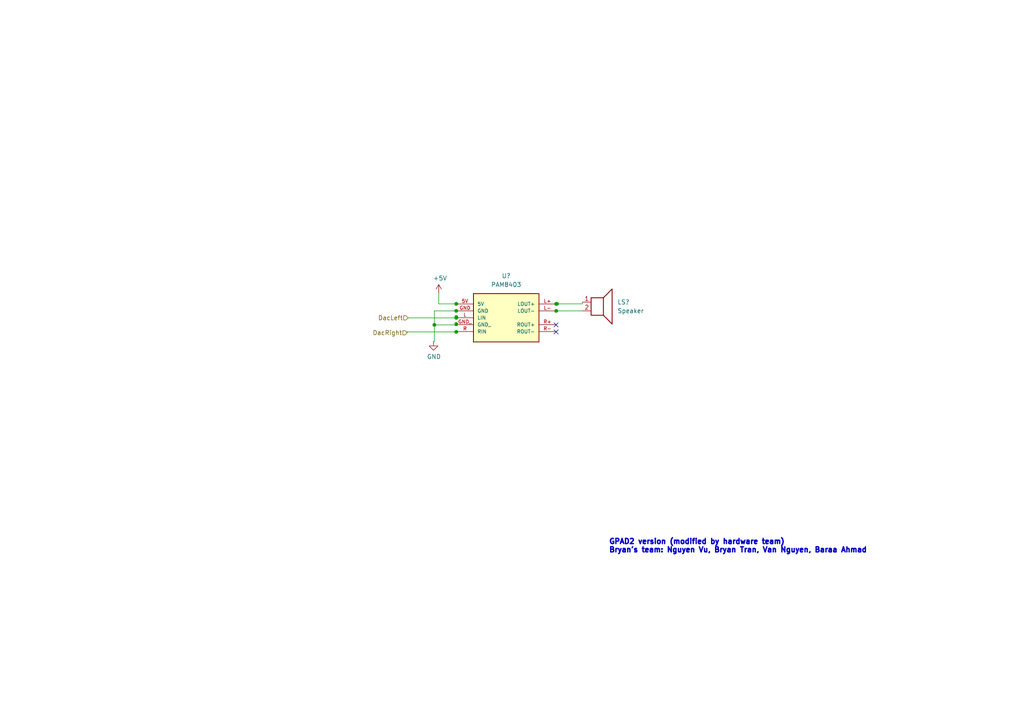
<source format=kicad_sch>
(kicad_sch (version 20211123) (generator eeschema)
  (paper "A4")
  (title_block (title "GeneralPurposeAlarmDevicePCB") (date "2023-04-27") (comment 1 "Drawn by Nguyen Vu") (comment 2 "GPAD2 version"))
  (lib_symbols
    (symbol "Device:Speaker" (pin_names (offset 0) hide)
      (property "Reference" "LS" (at 1.27 5.715 0))
      (property "Value" "Speaker" (at 1.27 3.81 0))
      (symbol "Speaker_0_0"
        (rectangle (start -2.54 1.27) (end 1.016 -3.81) (stroke (width 0.254)))
        (polyline (pts (xy 1.016 1.27) (xy 3.556 3.81) (xy 3.556 -6.35) (xy 1.016 -3.81)) (stroke (width 0.254)))
      )
      (symbol "Speaker_1_1"
        (pin input line (at -5.08 0 0) (length 2.54) (name "1") (number "1"))
        (pin input line (at -5.08 -2.54 0) (length 2.54) (name "2") (number "2"))
      )
    )
    (symbol "PAM8403:PAM8403" (pin_names (offset 1.016))
      (property "Reference" "U" (at -10.16 5.58 0))
      (property "Value" "PAM8403" (at -10.16 -11.2 0))
      (symbol "PAM8403_0_0"
        (rectangle (start -10 -9) (end 9 5) (stroke (width 0.254)) (fill (type background)))
        (pin bidirectional line (at -15 2 0) (length 5.08) (name "5V") (number "5V"))
        (pin bidirectional line (at -15 0 0) (length 5.08) (name "GND") (number "GND"))
        (pin bidirectional line (at -15 -4 0) (length 5.08) (name "GND_") (number "GND_"))
        (pin bidirectional line (at -15 -2 0) (length 5.08) (name "LIN") (number "L"))
        (pin bidirectional line (at 14 2 180) (length 5.08) (name "LOUT+") (number "L+"))
        (pin bidirectional line (at 14 0 180) (length 5.08) (name "LOUT-") (number "L-"))
        (pin bidirectional line (at -15 -6 0) (length 5.08) (name "RIN") (number "R"))
        (pin bidirectional line (at 14 -4 180) (length 5.08) (name "ROUT+") (number "R+"))
        (pin bidirectional line (at 14 -6 180) (length 5.08) (name "ROUT-") (number "R-"))
      )
    )
    (symbol "power:+5V" (power) (pin_names (offset 0))
      (property "Value" "+5V" (at 0 3.556 0))
      (symbol "+5V_0_1"
        (polyline (pts (xy -0.762 1.27) (xy 0 2.54)))
        (polyline (pts (xy 0 0) (xy 0 2.54)))
        (polyline (pts (xy 0 2.54) (xy 0.762 1.27)))
      )
      (symbol "+5V_1_1"
        (pin power_in line (at 0 0 90) (length 0) hide (name "+5V") (number "1"))
      )
    )
    (symbol "power:GND" (power) (pin_names (offset 0))
      (property "Value" "GND" (at 0 -3.81 0))
      (symbol "GND_0_1"
        (polyline (pts (xy 0 0) (xy 0 -1.27) (xy 1.27 -1.27) (xy 0 -2.54) (xy -1.27 -1.27) (xy 0 -1.27)))
      )
      (symbol "GND_1_1"
        (pin power_in line (at 0 0 270) (length 0) hide (name "GND") (number "1"))
      )
    )
  )
  (junction (at 132.334 96.266))
  (junction (at 132.32 90.17))
  (junction (at 132.334 92.202))
  (junction (at 132.334 91.948))
  (junction (at 132.334 93.98))
  (junction (at 161.544 88.138))
  (junction (at 161.32 90.17))
  (junction (at 125.984 94.234))
  (junction (at 161.29 88.138))
  (junction (at 132.334 88.138))
  (no_connect (at 161.29 96.266))
  (no_connect (at 161.29 94.234))
  (wire (pts (xy 161.29 88.392) (xy 161.544 88.392)))
  (wire (pts (xy 132.334 93.98) (xy 132.588 93.98)))
  (wire (pts (xy 127.254 88.138) (xy 127.254 85.09)))
  (wire (pts (xy 161.29 87.884) (xy 161.29 88.138)))
  (wire (pts (xy 132.08 88.392) (xy 132.334 88.392)))
  (wire (pts (xy 132.334 92.202) (xy 132.334 92.456)))
  (wire (pts (xy 132.334 91.948) (xy 132.334 92.202)))
  (wire (pts (xy 132.588 93.98) (xy 132.588 94.488)))
  (wire (pts (xy 132.08 93.98) (xy 132.334 93.98)))
  (wire (pts (xy 161.544 88.392) (xy 161.544 88.138)))
  (wire (pts (xy 125.984 94.234) (xy 125.984 99.06)))
  (wire (pts (xy 161.29 88.138) (xy 161.29 88.392)))
  (wire (pts (xy 125.984 90.17) (xy 132.32 90.17)))
  (wire (pts (xy 132.588 91.948) (xy 132.588 92.202)))
  (wire (pts (xy 161.544 88.138) (xy 168.91 88.138)))
  (wire (pts (xy 132.08 91.948) (xy 132.334 91.948)))
  (wire (pts (xy 125.984 94.234) (xy 132.334 94.234)))
  (wire (pts (xy 132.588 88.138) (xy 132.334 88.138)))
  (wire (pts (xy 132.334 96.012) (xy 132.588 96.012)))
  (wire (pts (xy 132.32 90.17) (xy 132.334 90.17)))
  (wire (pts (xy 132.334 96.52) (xy 132.334 96.266)))
  (wire (pts (xy 161.32 90.17) (xy 168.91 90.17)))
  (wire (pts (xy 125.984 90.17) (xy 125.984 94.234)))
  (wire (pts (xy 132.588 94.488) (xy 132.08 94.488)))
  (wire (pts (xy 161.29 90.17) (xy 161.32 90.17)))
  (wire (pts (xy 132.588 92.202) (xy 132.334 92.202)))
  (wire (pts (xy 132.08 94.488) (xy 132.08 93.98)))
  (wire (pts (xy 132.334 96.266) (xy 118.11 96.266)))
  (wire (pts (xy 132.334 91.948) (xy 132.588 91.948)))
  (wire (pts (xy 132.334 96.266) (xy 132.334 96.012)))
  (wire (pts (xy 132.334 88.138) (xy 132.334 88.392)))
  (wire (pts (xy 127.254 88.138) (xy 132.334 88.138)))
  (wire (pts (xy 161.29 88.138) (xy 161.544 88.138)))
  (wire (pts (xy 118.364 92.202) (xy 132.334 92.202)))
  (wire (pts (xy 118.11 96.266) (xy 118.11 96.52)))
  (wire (pts (xy 132.588 96.266) (xy 132.334 96.266)))
  (wire (pts (xy 132.588 96.012) (xy 132.588 96.266)))
  (wire (pts (xy 132.334 93.98) (xy 132.334 94.234)))
  (wire (pts (xy 125.984 99.06) (xy 125.73 99.06)))
  (wire (pts (xy 132.334 87.884) (xy 132.334 88.138)))
  (wire (pts (xy 168.91 88.138) (xy 168.91 87.63)))
  (text "GPAD2 version (modified by hardware team)\nBryan's team: Nguyen Vu, Bryan Tran, Van Nguyen, Baraa Ahmad" (at 176.53 160.528 0) (effects (font (size 1.5 1.5) (thickness 0.4) bold) (justify left bottom)))
  (hierarchical_label "DacLeft" (shape input) (at 118.364 92.202 180))
  (hierarchical_label "DacRight" (shape input) (at 118.11 96.52 180))
  (symbol (lib_id "PAM8403:PAM8403") (at 147.32 90.17 0) (unit 1)
    (property "Reference" "U?" (at 146.82 80.01 0))
    (property "Value" "PAM8403" (at 146.82 82.55 0))
    (property "Footprint" "PAM8403" (effects hide))
  )
  (symbol (lib_id "Device:Speaker") (at 173.99 87.63 0) (unit 1)
    (property "Reference" "LS?" (at 179.07 87.6299 0) (effects (justify left)))
    (property "Value" "Speaker" (at 179.07 90.1699 0) (effects (justify left)))
  )
  (symbol (lib_id "power:GND") (at 125.73 99.06 0) (unit 1)
    (property "Reference" "#PWR?" (effects hide))
    (property "Value" "GND" (at 125.857 103.4542 0))
  )
  (symbol (lib_id "power:+5V") (at 127.254 85.09 0) (unit 1)
    (property "Reference" "#PWR?" (effects hide))
    (property "Value" "+5V" (at 127.635 80.6958 0))
  )
)
</source>
